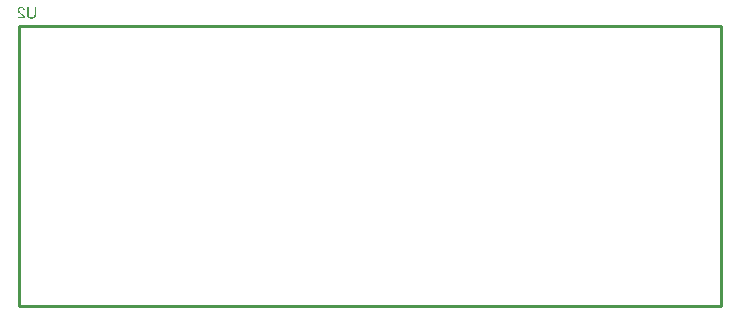
<source format=gbo>
G04*
G04 #@! TF.GenerationSoftware,Altium Limited,Altium Designer,21.0.9 (235)*
G04*
G04 Layer_Color=32896*
%FSLAX25Y25*%
%MOIN*%
G70*
G04*
G04 #@! TF.SameCoordinates,248EADF4-6E9D-4877-B34C-AAFE22DB1BC7*
G04*
G04*
G04 #@! TF.FilePolarity,Positive*
G04*
G01*
G75*
%ADD12C,0.01000*%
G36*
X124454Y153048D02*
X124549Y153040D01*
X124637Y153027D01*
X124720Y153006D01*
X124799Y152986D01*
X124870Y152961D01*
X124936Y152936D01*
X124994Y152911D01*
X125048Y152882D01*
X125094Y152857D01*
X125136Y152832D01*
X125169Y152811D01*
X125194Y152790D01*
X125211Y152778D01*
X125223Y152769D01*
X125227Y152765D01*
X125286Y152711D01*
X125336Y152649D01*
X125381Y152586D01*
X125423Y152515D01*
X125456Y152449D01*
X125489Y152382D01*
X125514Y152312D01*
X125535Y152249D01*
X125556Y152187D01*
X125568Y152129D01*
X125581Y152075D01*
X125589Y152029D01*
X125593Y151991D01*
X125598Y151966D01*
X125602Y151950D01*
Y151941D01*
X125119Y151892D01*
X125115Y151958D01*
X125111Y152021D01*
X125086Y152129D01*
X125053Y152228D01*
X125036Y152270D01*
X125015Y152307D01*
X124999Y152341D01*
X124978Y152370D01*
X124961Y152395D01*
X124949Y152416D01*
X124932Y152432D01*
X124924Y152445D01*
X124919Y152449D01*
X124915Y152453D01*
X124874Y152491D01*
X124832Y152524D01*
X124786Y152549D01*
X124741Y152574D01*
X124649Y152611D01*
X124562Y152636D01*
X124487Y152649D01*
X124454Y152657D01*
X124425D01*
X124399Y152661D01*
X124308D01*
X124250Y152653D01*
X124146Y152632D01*
X124058Y152599D01*
X123979Y152565D01*
X123921Y152528D01*
X123896Y152511D01*
X123875Y152495D01*
X123859Y152482D01*
X123846Y152474D01*
X123842Y152470D01*
X123838Y152466D01*
X123801Y152428D01*
X123771Y152391D01*
X123742Y152353D01*
X123721Y152312D01*
X123684Y152233D01*
X123659Y152158D01*
X123647Y152095D01*
X123638Y152066D01*
Y152041D01*
X123634Y152025D01*
Y152008D01*
Y152000D01*
Y151996D01*
X123638Y151946D01*
X123642Y151896D01*
X123667Y151796D01*
X123705Y151700D01*
X123746Y151613D01*
X123788Y151538D01*
X123805Y151509D01*
X123825Y151480D01*
X123838Y151459D01*
X123850Y151442D01*
X123855Y151434D01*
X123859Y151430D01*
X123905Y151372D01*
X123959Y151309D01*
X124021Y151243D01*
X124088Y151176D01*
X124225Y151039D01*
X124366Y150910D01*
X124433Y150847D01*
X124499Y150793D01*
X124558Y150743D01*
X124608Y150702D01*
X124649Y150664D01*
X124678Y150639D01*
X124699Y150619D01*
X124707Y150614D01*
X124782Y150552D01*
X124849Y150494D01*
X124915Y150440D01*
X124974Y150386D01*
X125032Y150336D01*
X125082Y150286D01*
X125127Y150244D01*
X125169Y150203D01*
X125207Y150165D01*
X125236Y150132D01*
X125265Y150103D01*
X125286Y150082D01*
X125306Y150061D01*
X125319Y150049D01*
X125323Y150040D01*
X125327Y150036D01*
X125402Y149945D01*
X125464Y149853D01*
X125519Y149766D01*
X125560Y149687D01*
X125593Y149620D01*
X125606Y149591D01*
X125618Y149570D01*
X125627Y149549D01*
X125631Y149537D01*
X125635Y149529D01*
Y149524D01*
X125656Y149466D01*
X125668Y149408D01*
X125681Y149354D01*
X125685Y149304D01*
X125689Y149262D01*
Y149229D01*
Y149208D01*
Y149200D01*
X123147D01*
Y149653D01*
X125040D01*
X124974Y149745D01*
X124940Y149787D01*
X124907Y149824D01*
X124878Y149857D01*
X124857Y149882D01*
X124840Y149899D01*
X124836Y149903D01*
X124811Y149928D01*
X124778Y149961D01*
X124741Y149995D01*
X124699Y150032D01*
X124612Y150115D01*
X124520Y150194D01*
X124433Y150269D01*
X124395Y150302D01*
X124358Y150331D01*
X124333Y150356D01*
X124308Y150373D01*
X124295Y150386D01*
X124291Y150390D01*
X124200Y150469D01*
X124112Y150544D01*
X124033Y150610D01*
X123963Y150677D01*
X123896Y150735D01*
X123838Y150793D01*
X123784Y150843D01*
X123734Y150889D01*
X123692Y150926D01*
X123659Y150964D01*
X123630Y150993D01*
X123605Y151018D01*
X123588Y151039D01*
X123572Y151051D01*
X123567Y151059D01*
X123563Y151064D01*
X123484Y151155D01*
X123422Y151238D01*
X123368Y151317D01*
X123322Y151388D01*
X123289Y151446D01*
X123264Y151492D01*
X123256Y151509D01*
X123251Y151521D01*
X123247Y151525D01*
Y151530D01*
X123214Y151613D01*
X123193Y151696D01*
X123177Y151771D01*
X123164Y151842D01*
X123156Y151900D01*
X123152Y151946D01*
Y151962D01*
Y151975D01*
Y151979D01*
Y151983D01*
X123156Y152066D01*
X123164Y152145D01*
X123181Y152220D01*
X123201Y152295D01*
X123226Y152362D01*
X123256Y152424D01*
X123285Y152482D01*
X123314Y152532D01*
X123343Y152582D01*
X123372Y152624D01*
X123401Y152661D01*
X123426Y152690D01*
X123447Y152711D01*
X123463Y152732D01*
X123472Y152740D01*
X123476Y152744D01*
X123538Y152798D01*
X123605Y152844D01*
X123676Y152886D01*
X123751Y152923D01*
X123821Y152952D01*
X123896Y152977D01*
X123967Y152998D01*
X124038Y153015D01*
X124100Y153027D01*
X124162Y153035D01*
X124216Y153044D01*
X124262Y153048D01*
X124300Y153052D01*
X124354D01*
X124454Y153048D01*
D02*
G37*
G36*
X129300Y150822D02*
Y150710D01*
X129292Y150606D01*
X129288Y150506D01*
X129275Y150415D01*
X129267Y150327D01*
X129254Y150248D01*
X129242Y150178D01*
X129225Y150111D01*
X129213Y150053D01*
X129200Y150003D01*
X129188Y149957D01*
X129175Y149924D01*
X129167Y149895D01*
X129159Y149874D01*
X129154Y149861D01*
Y149857D01*
X129125Y149795D01*
X129092Y149732D01*
X129017Y149624D01*
X128938Y149533D01*
X128855Y149458D01*
X128817Y149425D01*
X128784Y149400D01*
X128751Y149375D01*
X128722Y149354D01*
X128701Y149341D01*
X128684Y149329D01*
X128672Y149325D01*
X128668Y149321D01*
X128601Y149287D01*
X128530Y149262D01*
X128385Y149217D01*
X128235Y149183D01*
X128094Y149163D01*
X128031Y149154D01*
X127969Y149146D01*
X127919Y149142D01*
X127873D01*
X127836Y149138D01*
X127782D01*
X127682Y149142D01*
X127586Y149146D01*
X127495Y149158D01*
X127407Y149171D01*
X127328Y149188D01*
X127253Y149204D01*
X127187Y149225D01*
X127129Y149246D01*
X127070Y149262D01*
X127024Y149283D01*
X126983Y149300D01*
X126950Y149317D01*
X126920Y149329D01*
X126904Y149341D01*
X126891Y149346D01*
X126887Y149350D01*
X126825Y149391D01*
X126767Y149433D01*
X126717Y149479D01*
X126667Y149524D01*
X126625Y149570D01*
X126584Y149620D01*
X126550Y149662D01*
X126521Y149707D01*
X126471Y149782D01*
X126455Y149816D01*
X126438Y149845D01*
X126425Y149870D01*
X126417Y149886D01*
X126413Y149899D01*
Y149903D01*
X126388Y149970D01*
X126367Y150040D01*
X126334Y150190D01*
X126313Y150344D01*
X126296Y150490D01*
X126292Y150560D01*
X126288Y150623D01*
X126284Y150677D01*
X126280Y150727D01*
Y150768D01*
Y150797D01*
Y150814D01*
Y150822D01*
Y153040D01*
X126787D01*
Y150822D01*
X126792Y150693D01*
X126796Y150573D01*
X126808Y150465D01*
X126825Y150365D01*
X126841Y150277D01*
X126862Y150198D01*
X126887Y150128D01*
X126908Y150065D01*
X126929Y150011D01*
X126954Y149965D01*
X126975Y149928D01*
X126991Y149899D01*
X127008Y149878D01*
X127016Y149861D01*
X127024Y149853D01*
X127029Y149849D01*
X127079Y149803D01*
X127133Y149766D01*
X127191Y149732D01*
X127253Y149703D01*
X127320Y149678D01*
X127386Y149658D01*
X127515Y149628D01*
X127578Y149616D01*
X127636Y149608D01*
X127690Y149603D01*
X127736Y149599D01*
X127773Y149595D01*
X127827D01*
X127944Y149599D01*
X128052Y149616D01*
X128148Y149637D01*
X128231Y149658D01*
X128264Y149670D01*
X128293Y149683D01*
X128322Y149691D01*
X128343Y149699D01*
X128360Y149707D01*
X128372Y149716D01*
X128381Y149720D01*
X128385D01*
X128464Y149774D01*
X128530Y149832D01*
X128585Y149891D01*
X128626Y149953D01*
X128659Y150003D01*
X128684Y150049D01*
X128693Y150065D01*
X128697Y150078D01*
X128701Y150082D01*
Y150086D01*
X128718Y150132D01*
X128730Y150186D01*
X128755Y150302D01*
X128772Y150423D01*
X128780Y150544D01*
X128784Y150598D01*
X128788Y150652D01*
Y150698D01*
X128793Y150739D01*
Y150777D01*
Y150802D01*
Y150818D01*
Y150822D01*
Y153040D01*
X129300D01*
Y150822D01*
D02*
G37*
D12*
X123661Y53347D02*
Y146653D01*
X357520D01*
X123661Y53347D02*
X357520D01*
Y146653D01*
M02*

</source>
